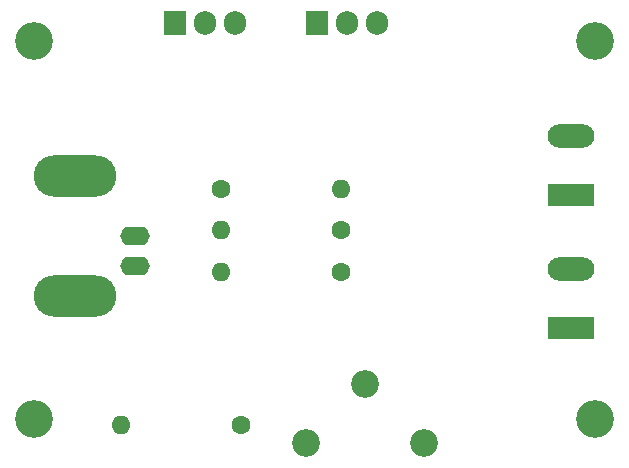
<source format=gbr>
G04 #@! TF.GenerationSoftware,KiCad,Pcbnew,(6.0.2)*
G04 #@! TF.CreationDate,2022-11-03T13:32:56+00:00*
G04 #@! TF.ProjectId,mosfet_circuit,6d6f7366-6574-45f6-9369-72637569742e,rev?*
G04 #@! TF.SameCoordinates,Original*
G04 #@! TF.FileFunction,Soldermask,Top*
G04 #@! TF.FilePolarity,Negative*
%FSLAX46Y46*%
G04 Gerber Fmt 4.6, Leading zero omitted, Abs format (unit mm)*
G04 Created by KiCad (PCBNEW (6.0.2)) date 2022-11-03 13:32:56*
%MOMM*%
%LPD*%
G01*
G04 APERTURE LIST*
%ADD10R,3.960000X1.980000*%
%ADD11O,3.960000X1.980000*%
%ADD12O,2.500000X1.600000*%
%ADD13O,7.000000X3.500000*%
%ADD14R,1.905000X2.000000*%
%ADD15O,1.905000X2.000000*%
%ADD16C,1.600000*%
%ADD17O,1.600000X1.600000*%
%ADD18C,2.340000*%
%ADD19C,3.200000*%
G04 APERTURE END LIST*
D10*
X208500000Y-82500000D03*
D11*
X208500000Y-77500000D03*
D12*
X171550000Y-86000000D03*
D13*
X166470000Y-80920000D03*
D12*
X171550000Y-88540000D03*
D13*
X166470000Y-91080000D03*
D10*
X208500000Y-93765000D03*
D11*
X208500000Y-88765000D03*
D14*
X174960000Y-67945000D03*
D15*
X177500000Y-67945000D03*
X180040000Y-67945000D03*
D14*
X186960000Y-67945000D03*
D15*
X189500000Y-67945000D03*
X192040000Y-67945000D03*
D16*
X178840000Y-82000000D03*
D17*
X189000000Y-82000000D03*
D16*
X189000000Y-85500000D03*
D17*
X178840000Y-85500000D03*
D16*
X189000000Y-89000000D03*
D17*
X178840000Y-89000000D03*
D16*
X180500000Y-102000000D03*
D17*
X170340000Y-102000000D03*
D18*
X186000000Y-103500000D03*
X191000000Y-98500000D03*
X196000000Y-103500000D03*
D19*
X210500000Y-101500000D03*
X163000000Y-69500000D03*
X163000000Y-101500000D03*
X210500000Y-69500000D03*
M02*

</source>
